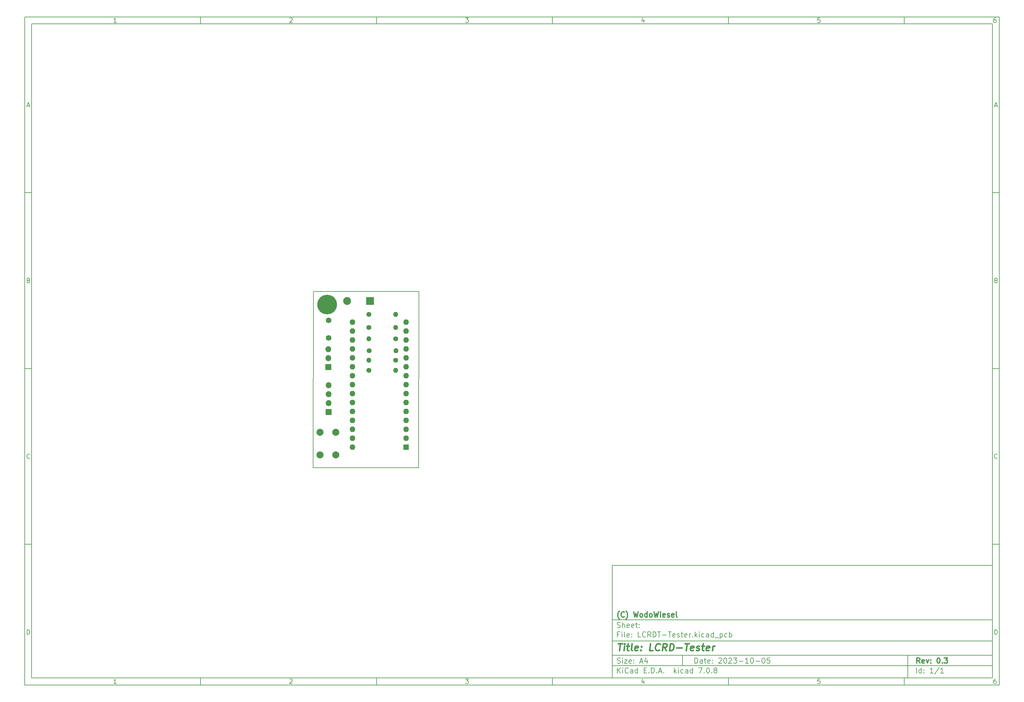
<source format=gbr>
%TF.GenerationSoftware,KiCad,Pcbnew,7.0.8*%
%TF.CreationDate,2023-10-14T20:08:13+02:00*%
%TF.ProjectId,LCRDT-Tester,4c435244-542d-4546-9573-7465722e6b69,0.3*%
%TF.SameCoordinates,Original*%
%TF.FileFunction,Soldermask,Top*%
%TF.FilePolarity,Negative*%
%FSLAX46Y46*%
G04 Gerber Fmt 4.6, Leading zero omitted, Abs format (unit mm)*
G04 Created by KiCad (PCBNEW 7.0.8) date 2023-10-14 20:08:13*
%MOMM*%
%LPD*%
G01*
G04 APERTURE LIST*
%ADD10C,0.100000*%
%ADD11C,0.150000*%
%ADD12C,0.300000*%
%ADD13C,0.400000*%
%ADD14R,1.700000X1.700000*%
%ADD15O,1.700000X1.700000*%
%ADD16C,1.400000*%
%ADD17O,1.400000X1.400000*%
%ADD18C,1.600000*%
%ADD19R,1.600000X1.600000*%
%ADD20O,1.600000X1.600000*%
%ADD21C,2.000000*%
%ADD22C,5.600000*%
%ADD23R,2.250000X2.250000*%
%ADD24C,2.250000*%
%TA.AperFunction,Profile*%
%ADD25C,0.150000*%
%TD*%
G04 APERTURE END LIST*
D10*
D11*
X177002200Y-166007200D02*
X285002200Y-166007200D01*
X285002200Y-198007200D01*
X177002200Y-198007200D01*
X177002200Y-166007200D01*
D10*
D11*
X10000000Y-10000000D02*
X287002200Y-10000000D01*
X287002200Y-200007200D01*
X10000000Y-200007200D01*
X10000000Y-10000000D01*
D10*
D11*
X12000000Y-12000000D02*
X285002200Y-12000000D01*
X285002200Y-198007200D01*
X12000000Y-198007200D01*
X12000000Y-12000000D01*
D10*
D11*
X60000000Y-12000000D02*
X60000000Y-10000000D01*
D10*
D11*
X110000000Y-12000000D02*
X110000000Y-10000000D01*
D10*
D11*
X160000000Y-12000000D02*
X160000000Y-10000000D01*
D10*
D11*
X210000000Y-12000000D02*
X210000000Y-10000000D01*
D10*
D11*
X260000000Y-12000000D02*
X260000000Y-10000000D01*
D10*
D11*
X36089160Y-11593604D02*
X35346303Y-11593604D01*
X35717731Y-11593604D02*
X35717731Y-10293604D01*
X35717731Y-10293604D02*
X35593922Y-10479319D01*
X35593922Y-10479319D02*
X35470112Y-10603128D01*
X35470112Y-10603128D02*
X35346303Y-10665033D01*
D10*
D11*
X85346303Y-10417414D02*
X85408207Y-10355509D01*
X85408207Y-10355509D02*
X85532017Y-10293604D01*
X85532017Y-10293604D02*
X85841541Y-10293604D01*
X85841541Y-10293604D02*
X85965350Y-10355509D01*
X85965350Y-10355509D02*
X86027255Y-10417414D01*
X86027255Y-10417414D02*
X86089160Y-10541223D01*
X86089160Y-10541223D02*
X86089160Y-10665033D01*
X86089160Y-10665033D02*
X86027255Y-10850747D01*
X86027255Y-10850747D02*
X85284398Y-11593604D01*
X85284398Y-11593604D02*
X86089160Y-11593604D01*
D10*
D11*
X135284398Y-10293604D02*
X136089160Y-10293604D01*
X136089160Y-10293604D02*
X135655826Y-10788842D01*
X135655826Y-10788842D02*
X135841541Y-10788842D01*
X135841541Y-10788842D02*
X135965350Y-10850747D01*
X135965350Y-10850747D02*
X136027255Y-10912652D01*
X136027255Y-10912652D02*
X136089160Y-11036461D01*
X136089160Y-11036461D02*
X136089160Y-11345985D01*
X136089160Y-11345985D02*
X136027255Y-11469795D01*
X136027255Y-11469795D02*
X135965350Y-11531700D01*
X135965350Y-11531700D02*
X135841541Y-11593604D01*
X135841541Y-11593604D02*
X135470112Y-11593604D01*
X135470112Y-11593604D02*
X135346303Y-11531700D01*
X135346303Y-11531700D02*
X135284398Y-11469795D01*
D10*
D11*
X185965350Y-10726938D02*
X185965350Y-11593604D01*
X185655826Y-10231700D02*
X185346303Y-11160271D01*
X185346303Y-11160271D02*
X186151064Y-11160271D01*
D10*
D11*
X236027255Y-10293604D02*
X235408207Y-10293604D01*
X235408207Y-10293604D02*
X235346303Y-10912652D01*
X235346303Y-10912652D02*
X235408207Y-10850747D01*
X235408207Y-10850747D02*
X235532017Y-10788842D01*
X235532017Y-10788842D02*
X235841541Y-10788842D01*
X235841541Y-10788842D02*
X235965350Y-10850747D01*
X235965350Y-10850747D02*
X236027255Y-10912652D01*
X236027255Y-10912652D02*
X236089160Y-11036461D01*
X236089160Y-11036461D02*
X236089160Y-11345985D01*
X236089160Y-11345985D02*
X236027255Y-11469795D01*
X236027255Y-11469795D02*
X235965350Y-11531700D01*
X235965350Y-11531700D02*
X235841541Y-11593604D01*
X235841541Y-11593604D02*
X235532017Y-11593604D01*
X235532017Y-11593604D02*
X235408207Y-11531700D01*
X235408207Y-11531700D02*
X235346303Y-11469795D01*
D10*
D11*
X285965350Y-10293604D02*
X285717731Y-10293604D01*
X285717731Y-10293604D02*
X285593922Y-10355509D01*
X285593922Y-10355509D02*
X285532017Y-10417414D01*
X285532017Y-10417414D02*
X285408207Y-10603128D01*
X285408207Y-10603128D02*
X285346303Y-10850747D01*
X285346303Y-10850747D02*
X285346303Y-11345985D01*
X285346303Y-11345985D02*
X285408207Y-11469795D01*
X285408207Y-11469795D02*
X285470112Y-11531700D01*
X285470112Y-11531700D02*
X285593922Y-11593604D01*
X285593922Y-11593604D02*
X285841541Y-11593604D01*
X285841541Y-11593604D02*
X285965350Y-11531700D01*
X285965350Y-11531700D02*
X286027255Y-11469795D01*
X286027255Y-11469795D02*
X286089160Y-11345985D01*
X286089160Y-11345985D02*
X286089160Y-11036461D01*
X286089160Y-11036461D02*
X286027255Y-10912652D01*
X286027255Y-10912652D02*
X285965350Y-10850747D01*
X285965350Y-10850747D02*
X285841541Y-10788842D01*
X285841541Y-10788842D02*
X285593922Y-10788842D01*
X285593922Y-10788842D02*
X285470112Y-10850747D01*
X285470112Y-10850747D02*
X285408207Y-10912652D01*
X285408207Y-10912652D02*
X285346303Y-11036461D01*
D10*
D11*
X60000000Y-198007200D02*
X60000000Y-200007200D01*
D10*
D11*
X110000000Y-198007200D02*
X110000000Y-200007200D01*
D10*
D11*
X160000000Y-198007200D02*
X160000000Y-200007200D01*
D10*
D11*
X210000000Y-198007200D02*
X210000000Y-200007200D01*
D10*
D11*
X260000000Y-198007200D02*
X260000000Y-200007200D01*
D10*
D11*
X36089160Y-199600804D02*
X35346303Y-199600804D01*
X35717731Y-199600804D02*
X35717731Y-198300804D01*
X35717731Y-198300804D02*
X35593922Y-198486519D01*
X35593922Y-198486519D02*
X35470112Y-198610328D01*
X35470112Y-198610328D02*
X35346303Y-198672233D01*
D10*
D11*
X85346303Y-198424614D02*
X85408207Y-198362709D01*
X85408207Y-198362709D02*
X85532017Y-198300804D01*
X85532017Y-198300804D02*
X85841541Y-198300804D01*
X85841541Y-198300804D02*
X85965350Y-198362709D01*
X85965350Y-198362709D02*
X86027255Y-198424614D01*
X86027255Y-198424614D02*
X86089160Y-198548423D01*
X86089160Y-198548423D02*
X86089160Y-198672233D01*
X86089160Y-198672233D02*
X86027255Y-198857947D01*
X86027255Y-198857947D02*
X85284398Y-199600804D01*
X85284398Y-199600804D02*
X86089160Y-199600804D01*
D10*
D11*
X135284398Y-198300804D02*
X136089160Y-198300804D01*
X136089160Y-198300804D02*
X135655826Y-198796042D01*
X135655826Y-198796042D02*
X135841541Y-198796042D01*
X135841541Y-198796042D02*
X135965350Y-198857947D01*
X135965350Y-198857947D02*
X136027255Y-198919852D01*
X136027255Y-198919852D02*
X136089160Y-199043661D01*
X136089160Y-199043661D02*
X136089160Y-199353185D01*
X136089160Y-199353185D02*
X136027255Y-199476995D01*
X136027255Y-199476995D02*
X135965350Y-199538900D01*
X135965350Y-199538900D02*
X135841541Y-199600804D01*
X135841541Y-199600804D02*
X135470112Y-199600804D01*
X135470112Y-199600804D02*
X135346303Y-199538900D01*
X135346303Y-199538900D02*
X135284398Y-199476995D01*
D10*
D11*
X185965350Y-198734138D02*
X185965350Y-199600804D01*
X185655826Y-198238900D02*
X185346303Y-199167471D01*
X185346303Y-199167471D02*
X186151064Y-199167471D01*
D10*
D11*
X236027255Y-198300804D02*
X235408207Y-198300804D01*
X235408207Y-198300804D02*
X235346303Y-198919852D01*
X235346303Y-198919852D02*
X235408207Y-198857947D01*
X235408207Y-198857947D02*
X235532017Y-198796042D01*
X235532017Y-198796042D02*
X235841541Y-198796042D01*
X235841541Y-198796042D02*
X235965350Y-198857947D01*
X235965350Y-198857947D02*
X236027255Y-198919852D01*
X236027255Y-198919852D02*
X236089160Y-199043661D01*
X236089160Y-199043661D02*
X236089160Y-199353185D01*
X236089160Y-199353185D02*
X236027255Y-199476995D01*
X236027255Y-199476995D02*
X235965350Y-199538900D01*
X235965350Y-199538900D02*
X235841541Y-199600804D01*
X235841541Y-199600804D02*
X235532017Y-199600804D01*
X235532017Y-199600804D02*
X235408207Y-199538900D01*
X235408207Y-199538900D02*
X235346303Y-199476995D01*
D10*
D11*
X285965350Y-198300804D02*
X285717731Y-198300804D01*
X285717731Y-198300804D02*
X285593922Y-198362709D01*
X285593922Y-198362709D02*
X285532017Y-198424614D01*
X285532017Y-198424614D02*
X285408207Y-198610328D01*
X285408207Y-198610328D02*
X285346303Y-198857947D01*
X285346303Y-198857947D02*
X285346303Y-199353185D01*
X285346303Y-199353185D02*
X285408207Y-199476995D01*
X285408207Y-199476995D02*
X285470112Y-199538900D01*
X285470112Y-199538900D02*
X285593922Y-199600804D01*
X285593922Y-199600804D02*
X285841541Y-199600804D01*
X285841541Y-199600804D02*
X285965350Y-199538900D01*
X285965350Y-199538900D02*
X286027255Y-199476995D01*
X286027255Y-199476995D02*
X286089160Y-199353185D01*
X286089160Y-199353185D02*
X286089160Y-199043661D01*
X286089160Y-199043661D02*
X286027255Y-198919852D01*
X286027255Y-198919852D02*
X285965350Y-198857947D01*
X285965350Y-198857947D02*
X285841541Y-198796042D01*
X285841541Y-198796042D02*
X285593922Y-198796042D01*
X285593922Y-198796042D02*
X285470112Y-198857947D01*
X285470112Y-198857947D02*
X285408207Y-198919852D01*
X285408207Y-198919852D02*
X285346303Y-199043661D01*
D10*
D11*
X10000000Y-60000000D02*
X12000000Y-60000000D01*
D10*
D11*
X10000000Y-110000000D02*
X12000000Y-110000000D01*
D10*
D11*
X10000000Y-160000000D02*
X12000000Y-160000000D01*
D10*
D11*
X10690476Y-35222176D02*
X11309523Y-35222176D01*
X10566666Y-35593604D02*
X10999999Y-34293604D01*
X10999999Y-34293604D02*
X11433333Y-35593604D01*
D10*
D11*
X11092857Y-84912652D02*
X11278571Y-84974557D01*
X11278571Y-84974557D02*
X11340476Y-85036461D01*
X11340476Y-85036461D02*
X11402380Y-85160271D01*
X11402380Y-85160271D02*
X11402380Y-85345985D01*
X11402380Y-85345985D02*
X11340476Y-85469795D01*
X11340476Y-85469795D02*
X11278571Y-85531700D01*
X11278571Y-85531700D02*
X11154761Y-85593604D01*
X11154761Y-85593604D02*
X10659523Y-85593604D01*
X10659523Y-85593604D02*
X10659523Y-84293604D01*
X10659523Y-84293604D02*
X11092857Y-84293604D01*
X11092857Y-84293604D02*
X11216666Y-84355509D01*
X11216666Y-84355509D02*
X11278571Y-84417414D01*
X11278571Y-84417414D02*
X11340476Y-84541223D01*
X11340476Y-84541223D02*
X11340476Y-84665033D01*
X11340476Y-84665033D02*
X11278571Y-84788842D01*
X11278571Y-84788842D02*
X11216666Y-84850747D01*
X11216666Y-84850747D02*
X11092857Y-84912652D01*
X11092857Y-84912652D02*
X10659523Y-84912652D01*
D10*
D11*
X11402380Y-135469795D02*
X11340476Y-135531700D01*
X11340476Y-135531700D02*
X11154761Y-135593604D01*
X11154761Y-135593604D02*
X11030952Y-135593604D01*
X11030952Y-135593604D02*
X10845238Y-135531700D01*
X10845238Y-135531700D02*
X10721428Y-135407890D01*
X10721428Y-135407890D02*
X10659523Y-135284080D01*
X10659523Y-135284080D02*
X10597619Y-135036461D01*
X10597619Y-135036461D02*
X10597619Y-134850747D01*
X10597619Y-134850747D02*
X10659523Y-134603128D01*
X10659523Y-134603128D02*
X10721428Y-134479319D01*
X10721428Y-134479319D02*
X10845238Y-134355509D01*
X10845238Y-134355509D02*
X11030952Y-134293604D01*
X11030952Y-134293604D02*
X11154761Y-134293604D01*
X11154761Y-134293604D02*
X11340476Y-134355509D01*
X11340476Y-134355509D02*
X11402380Y-134417414D01*
D10*
D11*
X10659523Y-185593604D02*
X10659523Y-184293604D01*
X10659523Y-184293604D02*
X10969047Y-184293604D01*
X10969047Y-184293604D02*
X11154761Y-184355509D01*
X11154761Y-184355509D02*
X11278571Y-184479319D01*
X11278571Y-184479319D02*
X11340476Y-184603128D01*
X11340476Y-184603128D02*
X11402380Y-184850747D01*
X11402380Y-184850747D02*
X11402380Y-185036461D01*
X11402380Y-185036461D02*
X11340476Y-185284080D01*
X11340476Y-185284080D02*
X11278571Y-185407890D01*
X11278571Y-185407890D02*
X11154761Y-185531700D01*
X11154761Y-185531700D02*
X10969047Y-185593604D01*
X10969047Y-185593604D02*
X10659523Y-185593604D01*
D10*
D11*
X287002200Y-60000000D02*
X285002200Y-60000000D01*
D10*
D11*
X287002200Y-110000000D02*
X285002200Y-110000000D01*
D10*
D11*
X287002200Y-160000000D02*
X285002200Y-160000000D01*
D10*
D11*
X285692676Y-35222176D02*
X286311723Y-35222176D01*
X285568866Y-35593604D02*
X286002199Y-34293604D01*
X286002199Y-34293604D02*
X286435533Y-35593604D01*
D10*
D11*
X286095057Y-84912652D02*
X286280771Y-84974557D01*
X286280771Y-84974557D02*
X286342676Y-85036461D01*
X286342676Y-85036461D02*
X286404580Y-85160271D01*
X286404580Y-85160271D02*
X286404580Y-85345985D01*
X286404580Y-85345985D02*
X286342676Y-85469795D01*
X286342676Y-85469795D02*
X286280771Y-85531700D01*
X286280771Y-85531700D02*
X286156961Y-85593604D01*
X286156961Y-85593604D02*
X285661723Y-85593604D01*
X285661723Y-85593604D02*
X285661723Y-84293604D01*
X285661723Y-84293604D02*
X286095057Y-84293604D01*
X286095057Y-84293604D02*
X286218866Y-84355509D01*
X286218866Y-84355509D02*
X286280771Y-84417414D01*
X286280771Y-84417414D02*
X286342676Y-84541223D01*
X286342676Y-84541223D02*
X286342676Y-84665033D01*
X286342676Y-84665033D02*
X286280771Y-84788842D01*
X286280771Y-84788842D02*
X286218866Y-84850747D01*
X286218866Y-84850747D02*
X286095057Y-84912652D01*
X286095057Y-84912652D02*
X285661723Y-84912652D01*
D10*
D11*
X286404580Y-135469795D02*
X286342676Y-135531700D01*
X286342676Y-135531700D02*
X286156961Y-135593604D01*
X286156961Y-135593604D02*
X286033152Y-135593604D01*
X286033152Y-135593604D02*
X285847438Y-135531700D01*
X285847438Y-135531700D02*
X285723628Y-135407890D01*
X285723628Y-135407890D02*
X285661723Y-135284080D01*
X285661723Y-135284080D02*
X285599819Y-135036461D01*
X285599819Y-135036461D02*
X285599819Y-134850747D01*
X285599819Y-134850747D02*
X285661723Y-134603128D01*
X285661723Y-134603128D02*
X285723628Y-134479319D01*
X285723628Y-134479319D02*
X285847438Y-134355509D01*
X285847438Y-134355509D02*
X286033152Y-134293604D01*
X286033152Y-134293604D02*
X286156961Y-134293604D01*
X286156961Y-134293604D02*
X286342676Y-134355509D01*
X286342676Y-134355509D02*
X286404580Y-134417414D01*
D10*
D11*
X285661723Y-185593604D02*
X285661723Y-184293604D01*
X285661723Y-184293604D02*
X285971247Y-184293604D01*
X285971247Y-184293604D02*
X286156961Y-184355509D01*
X286156961Y-184355509D02*
X286280771Y-184479319D01*
X286280771Y-184479319D02*
X286342676Y-184603128D01*
X286342676Y-184603128D02*
X286404580Y-184850747D01*
X286404580Y-184850747D02*
X286404580Y-185036461D01*
X286404580Y-185036461D02*
X286342676Y-185284080D01*
X286342676Y-185284080D02*
X286280771Y-185407890D01*
X286280771Y-185407890D02*
X286156961Y-185531700D01*
X286156961Y-185531700D02*
X285971247Y-185593604D01*
X285971247Y-185593604D02*
X285661723Y-185593604D01*
D10*
D11*
X200458026Y-193793328D02*
X200458026Y-192293328D01*
X200458026Y-192293328D02*
X200815169Y-192293328D01*
X200815169Y-192293328D02*
X201029455Y-192364757D01*
X201029455Y-192364757D02*
X201172312Y-192507614D01*
X201172312Y-192507614D02*
X201243741Y-192650471D01*
X201243741Y-192650471D02*
X201315169Y-192936185D01*
X201315169Y-192936185D02*
X201315169Y-193150471D01*
X201315169Y-193150471D02*
X201243741Y-193436185D01*
X201243741Y-193436185D02*
X201172312Y-193579042D01*
X201172312Y-193579042D02*
X201029455Y-193721900D01*
X201029455Y-193721900D02*
X200815169Y-193793328D01*
X200815169Y-193793328D02*
X200458026Y-193793328D01*
X202600884Y-193793328D02*
X202600884Y-193007614D01*
X202600884Y-193007614D02*
X202529455Y-192864757D01*
X202529455Y-192864757D02*
X202386598Y-192793328D01*
X202386598Y-192793328D02*
X202100884Y-192793328D01*
X202100884Y-192793328D02*
X201958026Y-192864757D01*
X202600884Y-193721900D02*
X202458026Y-193793328D01*
X202458026Y-193793328D02*
X202100884Y-193793328D01*
X202100884Y-193793328D02*
X201958026Y-193721900D01*
X201958026Y-193721900D02*
X201886598Y-193579042D01*
X201886598Y-193579042D02*
X201886598Y-193436185D01*
X201886598Y-193436185D02*
X201958026Y-193293328D01*
X201958026Y-193293328D02*
X202100884Y-193221900D01*
X202100884Y-193221900D02*
X202458026Y-193221900D01*
X202458026Y-193221900D02*
X202600884Y-193150471D01*
X203100884Y-192793328D02*
X203672312Y-192793328D01*
X203315169Y-192293328D02*
X203315169Y-193579042D01*
X203315169Y-193579042D02*
X203386598Y-193721900D01*
X203386598Y-193721900D02*
X203529455Y-193793328D01*
X203529455Y-193793328D02*
X203672312Y-193793328D01*
X204743741Y-193721900D02*
X204600884Y-193793328D01*
X204600884Y-193793328D02*
X204315170Y-193793328D01*
X204315170Y-193793328D02*
X204172312Y-193721900D01*
X204172312Y-193721900D02*
X204100884Y-193579042D01*
X204100884Y-193579042D02*
X204100884Y-193007614D01*
X204100884Y-193007614D02*
X204172312Y-192864757D01*
X204172312Y-192864757D02*
X204315170Y-192793328D01*
X204315170Y-192793328D02*
X204600884Y-192793328D01*
X204600884Y-192793328D02*
X204743741Y-192864757D01*
X204743741Y-192864757D02*
X204815170Y-193007614D01*
X204815170Y-193007614D02*
X204815170Y-193150471D01*
X204815170Y-193150471D02*
X204100884Y-193293328D01*
X205458026Y-193650471D02*
X205529455Y-193721900D01*
X205529455Y-193721900D02*
X205458026Y-193793328D01*
X205458026Y-193793328D02*
X205386598Y-193721900D01*
X205386598Y-193721900D02*
X205458026Y-193650471D01*
X205458026Y-193650471D02*
X205458026Y-193793328D01*
X205458026Y-192864757D02*
X205529455Y-192936185D01*
X205529455Y-192936185D02*
X205458026Y-193007614D01*
X205458026Y-193007614D02*
X205386598Y-192936185D01*
X205386598Y-192936185D02*
X205458026Y-192864757D01*
X205458026Y-192864757D02*
X205458026Y-193007614D01*
X207243741Y-192436185D02*
X207315169Y-192364757D01*
X207315169Y-192364757D02*
X207458027Y-192293328D01*
X207458027Y-192293328D02*
X207815169Y-192293328D01*
X207815169Y-192293328D02*
X207958027Y-192364757D01*
X207958027Y-192364757D02*
X208029455Y-192436185D01*
X208029455Y-192436185D02*
X208100884Y-192579042D01*
X208100884Y-192579042D02*
X208100884Y-192721900D01*
X208100884Y-192721900D02*
X208029455Y-192936185D01*
X208029455Y-192936185D02*
X207172312Y-193793328D01*
X207172312Y-193793328D02*
X208100884Y-193793328D01*
X209029455Y-192293328D02*
X209172312Y-192293328D01*
X209172312Y-192293328D02*
X209315169Y-192364757D01*
X209315169Y-192364757D02*
X209386598Y-192436185D01*
X209386598Y-192436185D02*
X209458026Y-192579042D01*
X209458026Y-192579042D02*
X209529455Y-192864757D01*
X209529455Y-192864757D02*
X209529455Y-193221900D01*
X209529455Y-193221900D02*
X209458026Y-193507614D01*
X209458026Y-193507614D02*
X209386598Y-193650471D01*
X209386598Y-193650471D02*
X209315169Y-193721900D01*
X209315169Y-193721900D02*
X209172312Y-193793328D01*
X209172312Y-193793328D02*
X209029455Y-193793328D01*
X209029455Y-193793328D02*
X208886598Y-193721900D01*
X208886598Y-193721900D02*
X208815169Y-193650471D01*
X208815169Y-193650471D02*
X208743740Y-193507614D01*
X208743740Y-193507614D02*
X208672312Y-193221900D01*
X208672312Y-193221900D02*
X208672312Y-192864757D01*
X208672312Y-192864757D02*
X208743740Y-192579042D01*
X208743740Y-192579042D02*
X208815169Y-192436185D01*
X208815169Y-192436185D02*
X208886598Y-192364757D01*
X208886598Y-192364757D02*
X209029455Y-192293328D01*
X210100883Y-192436185D02*
X210172311Y-192364757D01*
X210172311Y-192364757D02*
X210315169Y-192293328D01*
X210315169Y-192293328D02*
X210672311Y-192293328D01*
X210672311Y-192293328D02*
X210815169Y-192364757D01*
X210815169Y-192364757D02*
X210886597Y-192436185D01*
X210886597Y-192436185D02*
X210958026Y-192579042D01*
X210958026Y-192579042D02*
X210958026Y-192721900D01*
X210958026Y-192721900D02*
X210886597Y-192936185D01*
X210886597Y-192936185D02*
X210029454Y-193793328D01*
X210029454Y-193793328D02*
X210958026Y-193793328D01*
X211458025Y-192293328D02*
X212386597Y-192293328D01*
X212386597Y-192293328D02*
X211886597Y-192864757D01*
X211886597Y-192864757D02*
X212100882Y-192864757D01*
X212100882Y-192864757D02*
X212243740Y-192936185D01*
X212243740Y-192936185D02*
X212315168Y-193007614D01*
X212315168Y-193007614D02*
X212386597Y-193150471D01*
X212386597Y-193150471D02*
X212386597Y-193507614D01*
X212386597Y-193507614D02*
X212315168Y-193650471D01*
X212315168Y-193650471D02*
X212243740Y-193721900D01*
X212243740Y-193721900D02*
X212100882Y-193793328D01*
X212100882Y-193793328D02*
X211672311Y-193793328D01*
X211672311Y-193793328D02*
X211529454Y-193721900D01*
X211529454Y-193721900D02*
X211458025Y-193650471D01*
X213029453Y-193221900D02*
X214172311Y-193221900D01*
X215672311Y-193793328D02*
X214815168Y-193793328D01*
X215243739Y-193793328D02*
X215243739Y-192293328D01*
X215243739Y-192293328D02*
X215100882Y-192507614D01*
X215100882Y-192507614D02*
X214958025Y-192650471D01*
X214958025Y-192650471D02*
X214815168Y-192721900D01*
X216600882Y-192293328D02*
X216743739Y-192293328D01*
X216743739Y-192293328D02*
X216886596Y-192364757D01*
X216886596Y-192364757D02*
X216958025Y-192436185D01*
X216958025Y-192436185D02*
X217029453Y-192579042D01*
X217029453Y-192579042D02*
X217100882Y-192864757D01*
X217100882Y-192864757D02*
X217100882Y-193221900D01*
X217100882Y-193221900D02*
X217029453Y-193507614D01*
X217029453Y-193507614D02*
X216958025Y-193650471D01*
X216958025Y-193650471D02*
X216886596Y-193721900D01*
X216886596Y-193721900D02*
X216743739Y-193793328D01*
X216743739Y-193793328D02*
X216600882Y-193793328D01*
X216600882Y-193793328D02*
X216458025Y-193721900D01*
X216458025Y-193721900D02*
X216386596Y-193650471D01*
X216386596Y-193650471D02*
X216315167Y-193507614D01*
X216315167Y-193507614D02*
X216243739Y-193221900D01*
X216243739Y-193221900D02*
X216243739Y-192864757D01*
X216243739Y-192864757D02*
X216315167Y-192579042D01*
X216315167Y-192579042D02*
X216386596Y-192436185D01*
X216386596Y-192436185D02*
X216458025Y-192364757D01*
X216458025Y-192364757D02*
X216600882Y-192293328D01*
X217743738Y-193221900D02*
X218886596Y-193221900D01*
X219886596Y-192293328D02*
X220029453Y-192293328D01*
X220029453Y-192293328D02*
X220172310Y-192364757D01*
X220172310Y-192364757D02*
X220243739Y-192436185D01*
X220243739Y-192436185D02*
X220315167Y-192579042D01*
X220315167Y-192579042D02*
X220386596Y-192864757D01*
X220386596Y-192864757D02*
X220386596Y-193221900D01*
X220386596Y-193221900D02*
X220315167Y-193507614D01*
X220315167Y-193507614D02*
X220243739Y-193650471D01*
X220243739Y-193650471D02*
X220172310Y-193721900D01*
X220172310Y-193721900D02*
X220029453Y-193793328D01*
X220029453Y-193793328D02*
X219886596Y-193793328D01*
X219886596Y-193793328D02*
X219743739Y-193721900D01*
X219743739Y-193721900D02*
X219672310Y-193650471D01*
X219672310Y-193650471D02*
X219600881Y-193507614D01*
X219600881Y-193507614D02*
X219529453Y-193221900D01*
X219529453Y-193221900D02*
X219529453Y-192864757D01*
X219529453Y-192864757D02*
X219600881Y-192579042D01*
X219600881Y-192579042D02*
X219672310Y-192436185D01*
X219672310Y-192436185D02*
X219743739Y-192364757D01*
X219743739Y-192364757D02*
X219886596Y-192293328D01*
X221743738Y-192293328D02*
X221029452Y-192293328D01*
X221029452Y-192293328D02*
X220958024Y-193007614D01*
X220958024Y-193007614D02*
X221029452Y-192936185D01*
X221029452Y-192936185D02*
X221172310Y-192864757D01*
X221172310Y-192864757D02*
X221529452Y-192864757D01*
X221529452Y-192864757D02*
X221672310Y-192936185D01*
X221672310Y-192936185D02*
X221743738Y-193007614D01*
X221743738Y-193007614D02*
X221815167Y-193150471D01*
X221815167Y-193150471D02*
X221815167Y-193507614D01*
X221815167Y-193507614D02*
X221743738Y-193650471D01*
X221743738Y-193650471D02*
X221672310Y-193721900D01*
X221672310Y-193721900D02*
X221529452Y-193793328D01*
X221529452Y-193793328D02*
X221172310Y-193793328D01*
X221172310Y-193793328D02*
X221029452Y-193721900D01*
X221029452Y-193721900D02*
X220958024Y-193650471D01*
D10*
D11*
X177002200Y-194507200D02*
X285002200Y-194507200D01*
D10*
D11*
X178458026Y-196593328D02*
X178458026Y-195093328D01*
X179315169Y-196593328D02*
X178672312Y-195736185D01*
X179315169Y-195093328D02*
X178458026Y-195950471D01*
X179958026Y-196593328D02*
X179958026Y-195593328D01*
X179958026Y-195093328D02*
X179886598Y-195164757D01*
X179886598Y-195164757D02*
X179958026Y-195236185D01*
X179958026Y-195236185D02*
X180029455Y-195164757D01*
X180029455Y-195164757D02*
X179958026Y-195093328D01*
X179958026Y-195093328D02*
X179958026Y-195236185D01*
X181529455Y-196450471D02*
X181458027Y-196521900D01*
X181458027Y-196521900D02*
X181243741Y-196593328D01*
X181243741Y-196593328D02*
X181100884Y-196593328D01*
X181100884Y-196593328D02*
X180886598Y-196521900D01*
X180886598Y-196521900D02*
X180743741Y-196379042D01*
X180743741Y-196379042D02*
X180672312Y-196236185D01*
X180672312Y-196236185D02*
X180600884Y-195950471D01*
X180600884Y-195950471D02*
X180600884Y-195736185D01*
X180600884Y-195736185D02*
X180672312Y-195450471D01*
X180672312Y-195450471D02*
X180743741Y-195307614D01*
X180743741Y-195307614D02*
X180886598Y-195164757D01*
X180886598Y-195164757D02*
X181100884Y-195093328D01*
X181100884Y-195093328D02*
X181243741Y-195093328D01*
X181243741Y-195093328D02*
X181458027Y-195164757D01*
X181458027Y-195164757D02*
X181529455Y-195236185D01*
X182815170Y-196593328D02*
X182815170Y-195807614D01*
X182815170Y-195807614D02*
X182743741Y-195664757D01*
X182743741Y-195664757D02*
X182600884Y-195593328D01*
X182600884Y-195593328D02*
X182315170Y-195593328D01*
X182315170Y-195593328D02*
X182172312Y-195664757D01*
X182815170Y-196521900D02*
X182672312Y-196593328D01*
X182672312Y-196593328D02*
X182315170Y-196593328D01*
X182315170Y-196593328D02*
X182172312Y-196521900D01*
X182172312Y-196521900D02*
X182100884Y-196379042D01*
X182100884Y-196379042D02*
X182100884Y-196236185D01*
X182100884Y-196236185D02*
X182172312Y-196093328D01*
X182172312Y-196093328D02*
X182315170Y-196021900D01*
X182315170Y-196021900D02*
X182672312Y-196021900D01*
X182672312Y-196021900D02*
X182815170Y-195950471D01*
X184172313Y-196593328D02*
X184172313Y-195093328D01*
X184172313Y-196521900D02*
X184029455Y-196593328D01*
X184029455Y-196593328D02*
X183743741Y-196593328D01*
X183743741Y-196593328D02*
X183600884Y-196521900D01*
X183600884Y-196521900D02*
X183529455Y-196450471D01*
X183529455Y-196450471D02*
X183458027Y-196307614D01*
X183458027Y-196307614D02*
X183458027Y-195879042D01*
X183458027Y-195879042D02*
X183529455Y-195736185D01*
X183529455Y-195736185D02*
X183600884Y-195664757D01*
X183600884Y-195664757D02*
X183743741Y-195593328D01*
X183743741Y-195593328D02*
X184029455Y-195593328D01*
X184029455Y-195593328D02*
X184172313Y-195664757D01*
X186029455Y-195807614D02*
X186529455Y-195807614D01*
X186743741Y-196593328D02*
X186029455Y-196593328D01*
X186029455Y-196593328D02*
X186029455Y-195093328D01*
X186029455Y-195093328D02*
X186743741Y-195093328D01*
X187386598Y-196450471D02*
X187458027Y-196521900D01*
X187458027Y-196521900D02*
X187386598Y-196593328D01*
X187386598Y-196593328D02*
X187315170Y-196521900D01*
X187315170Y-196521900D02*
X187386598Y-196450471D01*
X187386598Y-196450471D02*
X187386598Y-196593328D01*
X188100884Y-196593328D02*
X188100884Y-195093328D01*
X188100884Y-195093328D02*
X188458027Y-195093328D01*
X188458027Y-195093328D02*
X188672313Y-195164757D01*
X188672313Y-195164757D02*
X188815170Y-195307614D01*
X188815170Y-195307614D02*
X188886599Y-195450471D01*
X188886599Y-195450471D02*
X188958027Y-195736185D01*
X188958027Y-195736185D02*
X188958027Y-195950471D01*
X188958027Y-195950471D02*
X188886599Y-196236185D01*
X188886599Y-196236185D02*
X188815170Y-196379042D01*
X188815170Y-196379042D02*
X188672313Y-196521900D01*
X188672313Y-196521900D02*
X188458027Y-196593328D01*
X188458027Y-196593328D02*
X188100884Y-196593328D01*
X189600884Y-196450471D02*
X189672313Y-196521900D01*
X189672313Y-196521900D02*
X189600884Y-196593328D01*
X189600884Y-196593328D02*
X189529456Y-196521900D01*
X189529456Y-196521900D02*
X189600884Y-196450471D01*
X189600884Y-196450471D02*
X189600884Y-196593328D01*
X190243742Y-196164757D02*
X190958028Y-196164757D01*
X190100885Y-196593328D02*
X190600885Y-195093328D01*
X190600885Y-195093328D02*
X191100885Y-196593328D01*
X191600884Y-196450471D02*
X191672313Y-196521900D01*
X191672313Y-196521900D02*
X191600884Y-196593328D01*
X191600884Y-196593328D02*
X191529456Y-196521900D01*
X191529456Y-196521900D02*
X191600884Y-196450471D01*
X191600884Y-196450471D02*
X191600884Y-196593328D01*
X194600884Y-196593328D02*
X194600884Y-195093328D01*
X194743742Y-196021900D02*
X195172313Y-196593328D01*
X195172313Y-195593328D02*
X194600884Y-196164757D01*
X195815170Y-196593328D02*
X195815170Y-195593328D01*
X195815170Y-195093328D02*
X195743742Y-195164757D01*
X195743742Y-195164757D02*
X195815170Y-195236185D01*
X195815170Y-195236185D02*
X195886599Y-195164757D01*
X195886599Y-195164757D02*
X195815170Y-195093328D01*
X195815170Y-195093328D02*
X195815170Y-195236185D01*
X197172314Y-196521900D02*
X197029456Y-196593328D01*
X197029456Y-196593328D02*
X196743742Y-196593328D01*
X196743742Y-196593328D02*
X196600885Y-196521900D01*
X196600885Y-196521900D02*
X196529456Y-196450471D01*
X196529456Y-196450471D02*
X196458028Y-196307614D01*
X196458028Y-196307614D02*
X196458028Y-195879042D01*
X196458028Y-195879042D02*
X196529456Y-195736185D01*
X196529456Y-195736185D02*
X196600885Y-195664757D01*
X196600885Y-195664757D02*
X196743742Y-195593328D01*
X196743742Y-195593328D02*
X197029456Y-195593328D01*
X197029456Y-195593328D02*
X197172314Y-195664757D01*
X198458028Y-196593328D02*
X198458028Y-195807614D01*
X198458028Y-195807614D02*
X198386599Y-195664757D01*
X198386599Y-195664757D02*
X198243742Y-195593328D01*
X198243742Y-195593328D02*
X197958028Y-195593328D01*
X197958028Y-195593328D02*
X197815170Y-195664757D01*
X198458028Y-196521900D02*
X198315170Y-196593328D01*
X198315170Y-196593328D02*
X197958028Y-196593328D01*
X197958028Y-196593328D02*
X197815170Y-196521900D01*
X197815170Y-196521900D02*
X197743742Y-196379042D01*
X197743742Y-196379042D02*
X197743742Y-196236185D01*
X197743742Y-196236185D02*
X197815170Y-196093328D01*
X197815170Y-196093328D02*
X197958028Y-196021900D01*
X197958028Y-196021900D02*
X198315170Y-196021900D01*
X198315170Y-196021900D02*
X198458028Y-195950471D01*
X199815171Y-196593328D02*
X199815171Y-195093328D01*
X199815171Y-196521900D02*
X199672313Y-196593328D01*
X199672313Y-196593328D02*
X199386599Y-196593328D01*
X199386599Y-196593328D02*
X199243742Y-196521900D01*
X199243742Y-196521900D02*
X199172313Y-196450471D01*
X199172313Y-196450471D02*
X199100885Y-196307614D01*
X199100885Y-196307614D02*
X199100885Y-195879042D01*
X199100885Y-195879042D02*
X199172313Y-195736185D01*
X199172313Y-195736185D02*
X199243742Y-195664757D01*
X199243742Y-195664757D02*
X199386599Y-195593328D01*
X199386599Y-195593328D02*
X199672313Y-195593328D01*
X199672313Y-195593328D02*
X199815171Y-195664757D01*
X201529456Y-195093328D02*
X202529456Y-195093328D01*
X202529456Y-195093328D02*
X201886599Y-196593328D01*
X203100884Y-196450471D02*
X203172313Y-196521900D01*
X203172313Y-196521900D02*
X203100884Y-196593328D01*
X203100884Y-196593328D02*
X203029456Y-196521900D01*
X203029456Y-196521900D02*
X203100884Y-196450471D01*
X203100884Y-196450471D02*
X203100884Y-196593328D01*
X204100885Y-195093328D02*
X204243742Y-195093328D01*
X204243742Y-195093328D02*
X204386599Y-195164757D01*
X204386599Y-195164757D02*
X204458028Y-195236185D01*
X204458028Y-195236185D02*
X204529456Y-195379042D01*
X204529456Y-195379042D02*
X204600885Y-195664757D01*
X204600885Y-195664757D02*
X204600885Y-196021900D01*
X204600885Y-196021900D02*
X204529456Y-196307614D01*
X204529456Y-196307614D02*
X204458028Y-196450471D01*
X204458028Y-196450471D02*
X204386599Y-196521900D01*
X204386599Y-196521900D02*
X204243742Y-196593328D01*
X204243742Y-196593328D02*
X204100885Y-196593328D01*
X204100885Y-196593328D02*
X203958028Y-196521900D01*
X203958028Y-196521900D02*
X203886599Y-196450471D01*
X203886599Y-196450471D02*
X203815170Y-196307614D01*
X203815170Y-196307614D02*
X203743742Y-196021900D01*
X203743742Y-196021900D02*
X203743742Y-195664757D01*
X203743742Y-195664757D02*
X203815170Y-195379042D01*
X203815170Y-195379042D02*
X203886599Y-195236185D01*
X203886599Y-195236185D02*
X203958028Y-195164757D01*
X203958028Y-195164757D02*
X204100885Y-195093328D01*
X205243741Y-196450471D02*
X205315170Y-196521900D01*
X205315170Y-196521900D02*
X205243741Y-196593328D01*
X205243741Y-196593328D02*
X205172313Y-196521900D01*
X205172313Y-196521900D02*
X205243741Y-196450471D01*
X205243741Y-196450471D02*
X205243741Y-196593328D01*
X206172313Y-195736185D02*
X206029456Y-195664757D01*
X206029456Y-195664757D02*
X205958027Y-195593328D01*
X205958027Y-195593328D02*
X205886599Y-195450471D01*
X205886599Y-195450471D02*
X205886599Y-195379042D01*
X205886599Y-195379042D02*
X205958027Y-195236185D01*
X205958027Y-195236185D02*
X206029456Y-195164757D01*
X206029456Y-195164757D02*
X206172313Y-195093328D01*
X206172313Y-195093328D02*
X206458027Y-195093328D01*
X206458027Y-195093328D02*
X206600885Y-195164757D01*
X206600885Y-195164757D02*
X206672313Y-195236185D01*
X206672313Y-195236185D02*
X206743742Y-195379042D01*
X206743742Y-195379042D02*
X206743742Y-195450471D01*
X206743742Y-195450471D02*
X206672313Y-195593328D01*
X206672313Y-195593328D02*
X206600885Y-195664757D01*
X206600885Y-195664757D02*
X206458027Y-195736185D01*
X206458027Y-195736185D02*
X206172313Y-195736185D01*
X206172313Y-195736185D02*
X206029456Y-195807614D01*
X206029456Y-195807614D02*
X205958027Y-195879042D01*
X205958027Y-195879042D02*
X205886599Y-196021900D01*
X205886599Y-196021900D02*
X205886599Y-196307614D01*
X205886599Y-196307614D02*
X205958027Y-196450471D01*
X205958027Y-196450471D02*
X206029456Y-196521900D01*
X206029456Y-196521900D02*
X206172313Y-196593328D01*
X206172313Y-196593328D02*
X206458027Y-196593328D01*
X206458027Y-196593328D02*
X206600885Y-196521900D01*
X206600885Y-196521900D02*
X206672313Y-196450471D01*
X206672313Y-196450471D02*
X206743742Y-196307614D01*
X206743742Y-196307614D02*
X206743742Y-196021900D01*
X206743742Y-196021900D02*
X206672313Y-195879042D01*
X206672313Y-195879042D02*
X206600885Y-195807614D01*
X206600885Y-195807614D02*
X206458027Y-195736185D01*
D10*
D11*
X177002200Y-191507200D02*
X285002200Y-191507200D01*
D10*
D12*
X264413853Y-193785528D02*
X263913853Y-193071242D01*
X263556710Y-193785528D02*
X263556710Y-192285528D01*
X263556710Y-192285528D02*
X264128139Y-192285528D01*
X264128139Y-192285528D02*
X264270996Y-192356957D01*
X264270996Y-192356957D02*
X264342425Y-192428385D01*
X264342425Y-192428385D02*
X264413853Y-192571242D01*
X264413853Y-192571242D02*
X264413853Y-192785528D01*
X264413853Y-192785528D02*
X264342425Y-192928385D01*
X264342425Y-192928385D02*
X264270996Y-192999814D01*
X264270996Y-192999814D02*
X264128139Y-193071242D01*
X264128139Y-193071242D02*
X263556710Y-193071242D01*
X265628139Y-193714100D02*
X265485282Y-193785528D01*
X265485282Y-193785528D02*
X265199568Y-193785528D01*
X265199568Y-193785528D02*
X265056710Y-193714100D01*
X265056710Y-193714100D02*
X264985282Y-193571242D01*
X264985282Y-193571242D02*
X264985282Y-192999814D01*
X264985282Y-192999814D02*
X265056710Y-192856957D01*
X265056710Y-192856957D02*
X265199568Y-192785528D01*
X265199568Y-192785528D02*
X265485282Y-192785528D01*
X265485282Y-192785528D02*
X265628139Y-192856957D01*
X265628139Y-192856957D02*
X265699568Y-192999814D01*
X265699568Y-192999814D02*
X265699568Y-193142671D01*
X265699568Y-193142671D02*
X264985282Y-193285528D01*
X266199567Y-192785528D02*
X266556710Y-193785528D01*
X266556710Y-193785528D02*
X266913853Y-192785528D01*
X267485281Y-193642671D02*
X267556710Y-193714100D01*
X267556710Y-193714100D02*
X267485281Y-193785528D01*
X267485281Y-193785528D02*
X267413853Y-193714100D01*
X267413853Y-193714100D02*
X267485281Y-193642671D01*
X267485281Y-193642671D02*
X267485281Y-193785528D01*
X267485281Y-192856957D02*
X267556710Y-192928385D01*
X267556710Y-192928385D02*
X267485281Y-192999814D01*
X267485281Y-192999814D02*
X267413853Y-192928385D01*
X267413853Y-192928385D02*
X267485281Y-192856957D01*
X267485281Y-192856957D02*
X267485281Y-192999814D01*
X269628139Y-192285528D02*
X269770996Y-192285528D01*
X269770996Y-192285528D02*
X269913853Y-192356957D01*
X269913853Y-192356957D02*
X269985282Y-192428385D01*
X269985282Y-192428385D02*
X270056710Y-192571242D01*
X270056710Y-192571242D02*
X270128139Y-192856957D01*
X270128139Y-192856957D02*
X270128139Y-193214100D01*
X270128139Y-193214100D02*
X270056710Y-193499814D01*
X270056710Y-193499814D02*
X269985282Y-193642671D01*
X269985282Y-193642671D02*
X269913853Y-193714100D01*
X269913853Y-193714100D02*
X269770996Y-193785528D01*
X269770996Y-193785528D02*
X269628139Y-193785528D01*
X269628139Y-193785528D02*
X269485282Y-193714100D01*
X269485282Y-193714100D02*
X269413853Y-193642671D01*
X269413853Y-193642671D02*
X269342424Y-193499814D01*
X269342424Y-193499814D02*
X269270996Y-193214100D01*
X269270996Y-193214100D02*
X269270996Y-192856957D01*
X269270996Y-192856957D02*
X269342424Y-192571242D01*
X269342424Y-192571242D02*
X269413853Y-192428385D01*
X269413853Y-192428385D02*
X269485282Y-192356957D01*
X269485282Y-192356957D02*
X269628139Y-192285528D01*
X270770995Y-193642671D02*
X270842424Y-193714100D01*
X270842424Y-193714100D02*
X270770995Y-193785528D01*
X270770995Y-193785528D02*
X270699567Y-193714100D01*
X270699567Y-193714100D02*
X270770995Y-193642671D01*
X270770995Y-193642671D02*
X270770995Y-193785528D01*
X271342424Y-192285528D02*
X272270996Y-192285528D01*
X272270996Y-192285528D02*
X271770996Y-192856957D01*
X271770996Y-192856957D02*
X271985281Y-192856957D01*
X271985281Y-192856957D02*
X272128139Y-192928385D01*
X272128139Y-192928385D02*
X272199567Y-192999814D01*
X272199567Y-192999814D02*
X272270996Y-193142671D01*
X272270996Y-193142671D02*
X272270996Y-193499814D01*
X272270996Y-193499814D02*
X272199567Y-193642671D01*
X272199567Y-193642671D02*
X272128139Y-193714100D01*
X272128139Y-193714100D02*
X271985281Y-193785528D01*
X271985281Y-193785528D02*
X271556710Y-193785528D01*
X271556710Y-193785528D02*
X271413853Y-193714100D01*
X271413853Y-193714100D02*
X271342424Y-193642671D01*
D10*
D11*
X178386598Y-193721900D02*
X178600884Y-193793328D01*
X178600884Y-193793328D02*
X178958026Y-193793328D01*
X178958026Y-193793328D02*
X179100884Y-193721900D01*
X179100884Y-193721900D02*
X179172312Y-193650471D01*
X179172312Y-193650471D02*
X179243741Y-193507614D01*
X179243741Y-193507614D02*
X179243741Y-193364757D01*
X179243741Y-193364757D02*
X179172312Y-193221900D01*
X179172312Y-193221900D02*
X179100884Y-193150471D01*
X179100884Y-193150471D02*
X178958026Y-193079042D01*
X178958026Y-193079042D02*
X178672312Y-193007614D01*
X178672312Y-193007614D02*
X178529455Y-192936185D01*
X178529455Y-192936185D02*
X178458026Y-192864757D01*
X178458026Y-192864757D02*
X178386598Y-192721900D01*
X178386598Y-192721900D02*
X178386598Y-192579042D01*
X178386598Y-192579042D02*
X178458026Y-192436185D01*
X178458026Y-192436185D02*
X178529455Y-192364757D01*
X178529455Y-192364757D02*
X178672312Y-192293328D01*
X178672312Y-192293328D02*
X179029455Y-192293328D01*
X179029455Y-192293328D02*
X179243741Y-192364757D01*
X179886597Y-193793328D02*
X179886597Y-192793328D01*
X179886597Y-192293328D02*
X179815169Y-192364757D01*
X179815169Y-192364757D02*
X179886597Y-192436185D01*
X179886597Y-192436185D02*
X179958026Y-192364757D01*
X179958026Y-192364757D02*
X179886597Y-192293328D01*
X179886597Y-192293328D02*
X179886597Y-192436185D01*
X180458026Y-192793328D02*
X181243741Y-192793328D01*
X181243741Y-192793328D02*
X180458026Y-193793328D01*
X180458026Y-193793328D02*
X181243741Y-193793328D01*
X182386598Y-193721900D02*
X182243741Y-193793328D01*
X182243741Y-193793328D02*
X181958027Y-193793328D01*
X181958027Y-193793328D02*
X181815169Y-193721900D01*
X181815169Y-193721900D02*
X181743741Y-193579042D01*
X181743741Y-193579042D02*
X181743741Y-193007614D01*
X181743741Y-193007614D02*
X181815169Y-192864757D01*
X181815169Y-192864757D02*
X181958027Y-192793328D01*
X181958027Y-192793328D02*
X182243741Y-192793328D01*
X182243741Y-192793328D02*
X182386598Y-192864757D01*
X182386598Y-192864757D02*
X182458027Y-193007614D01*
X182458027Y-193007614D02*
X182458027Y-193150471D01*
X182458027Y-193150471D02*
X181743741Y-193293328D01*
X183100883Y-193650471D02*
X183172312Y-193721900D01*
X183172312Y-193721900D02*
X183100883Y-193793328D01*
X183100883Y-193793328D02*
X183029455Y-193721900D01*
X183029455Y-193721900D02*
X183100883Y-193650471D01*
X183100883Y-193650471D02*
X183100883Y-193793328D01*
X183100883Y-192864757D02*
X183172312Y-192936185D01*
X183172312Y-192936185D02*
X183100883Y-193007614D01*
X183100883Y-193007614D02*
X183029455Y-192936185D01*
X183029455Y-192936185D02*
X183100883Y-192864757D01*
X183100883Y-192864757D02*
X183100883Y-193007614D01*
X184886598Y-193364757D02*
X185600884Y-193364757D01*
X184743741Y-193793328D02*
X185243741Y-192293328D01*
X185243741Y-192293328D02*
X185743741Y-193793328D01*
X186886598Y-192793328D02*
X186886598Y-193793328D01*
X186529455Y-192221900D02*
X186172312Y-193293328D01*
X186172312Y-193293328D02*
X187100883Y-193293328D01*
D10*
D11*
X263458026Y-196593328D02*
X263458026Y-195093328D01*
X264815170Y-196593328D02*
X264815170Y-195093328D01*
X264815170Y-196521900D02*
X264672312Y-196593328D01*
X264672312Y-196593328D02*
X264386598Y-196593328D01*
X264386598Y-196593328D02*
X264243741Y-196521900D01*
X264243741Y-196521900D02*
X264172312Y-196450471D01*
X264172312Y-196450471D02*
X264100884Y-196307614D01*
X264100884Y-196307614D02*
X264100884Y-195879042D01*
X264100884Y-195879042D02*
X264172312Y-195736185D01*
X264172312Y-195736185D02*
X264243741Y-195664757D01*
X264243741Y-195664757D02*
X264386598Y-195593328D01*
X264386598Y-195593328D02*
X264672312Y-195593328D01*
X264672312Y-195593328D02*
X264815170Y-195664757D01*
X265529455Y-196450471D02*
X265600884Y-196521900D01*
X265600884Y-196521900D02*
X265529455Y-196593328D01*
X265529455Y-196593328D02*
X265458027Y-196521900D01*
X265458027Y-196521900D02*
X265529455Y-196450471D01*
X265529455Y-196450471D02*
X265529455Y-196593328D01*
X265529455Y-195664757D02*
X265600884Y-195736185D01*
X265600884Y-195736185D02*
X265529455Y-195807614D01*
X265529455Y-195807614D02*
X265458027Y-195736185D01*
X265458027Y-195736185D02*
X265529455Y-195664757D01*
X265529455Y-195664757D02*
X265529455Y-195807614D01*
X268172313Y-196593328D02*
X267315170Y-196593328D01*
X267743741Y-196593328D02*
X267743741Y-195093328D01*
X267743741Y-195093328D02*
X267600884Y-195307614D01*
X267600884Y-195307614D02*
X267458027Y-195450471D01*
X267458027Y-195450471D02*
X267315170Y-195521900D01*
X269886598Y-195021900D02*
X268600884Y-196950471D01*
X271172313Y-196593328D02*
X270315170Y-196593328D01*
X270743741Y-196593328D02*
X270743741Y-195093328D01*
X270743741Y-195093328D02*
X270600884Y-195307614D01*
X270600884Y-195307614D02*
X270458027Y-195450471D01*
X270458027Y-195450471D02*
X270315170Y-195521900D01*
D10*
D11*
X177002200Y-187507200D02*
X285002200Y-187507200D01*
D10*
D13*
X178693928Y-188211638D02*
X179836785Y-188211638D01*
X179015357Y-190211638D02*
X179265357Y-188211638D01*
X180253452Y-190211638D02*
X180420119Y-188878304D01*
X180503452Y-188211638D02*
X180396309Y-188306876D01*
X180396309Y-188306876D02*
X180479643Y-188402114D01*
X180479643Y-188402114D02*
X180586786Y-188306876D01*
X180586786Y-188306876D02*
X180503452Y-188211638D01*
X180503452Y-188211638D02*
X180479643Y-188402114D01*
X181086786Y-188878304D02*
X181848690Y-188878304D01*
X181455833Y-188211638D02*
X181241548Y-189925923D01*
X181241548Y-189925923D02*
X181312976Y-190116400D01*
X181312976Y-190116400D02*
X181491548Y-190211638D01*
X181491548Y-190211638D02*
X181682024Y-190211638D01*
X182634405Y-190211638D02*
X182455833Y-190116400D01*
X182455833Y-190116400D02*
X182384405Y-189925923D01*
X182384405Y-189925923D02*
X182598690Y-188211638D01*
X184170119Y-190116400D02*
X183967738Y-190211638D01*
X183967738Y-190211638D02*
X183586785Y-190211638D01*
X183586785Y-190211638D02*
X183408214Y-190116400D01*
X183408214Y-190116400D02*
X183336785Y-189925923D01*
X183336785Y-189925923D02*
X183432024Y-189164019D01*
X183432024Y-189164019D02*
X183551071Y-188973542D01*
X183551071Y-188973542D02*
X183753452Y-188878304D01*
X183753452Y-188878304D02*
X184134404Y-188878304D01*
X184134404Y-188878304D02*
X184312976Y-188973542D01*
X184312976Y-188973542D02*
X184384404Y-189164019D01*
X184384404Y-189164019D02*
X184360595Y-189354495D01*
X184360595Y-189354495D02*
X183384404Y-189544971D01*
X185134405Y-190021161D02*
X185217738Y-190116400D01*
X185217738Y-190116400D02*
X185110595Y-190211638D01*
X185110595Y-190211638D02*
X185027262Y-190116400D01*
X185027262Y-190116400D02*
X185134405Y-190021161D01*
X185134405Y-190021161D02*
X185110595Y-190211638D01*
X185265357Y-188973542D02*
X185348690Y-189068780D01*
X185348690Y-189068780D02*
X185241548Y-189164019D01*
X185241548Y-189164019D02*
X185158214Y-189068780D01*
X185158214Y-189068780D02*
X185265357Y-188973542D01*
X185265357Y-188973542D02*
X185241548Y-189164019D01*
X188539167Y-190211638D02*
X187586786Y-190211638D01*
X187586786Y-190211638D02*
X187836786Y-188211638D01*
X190372501Y-190021161D02*
X190265358Y-190116400D01*
X190265358Y-190116400D02*
X189967739Y-190211638D01*
X189967739Y-190211638D02*
X189777263Y-190211638D01*
X189777263Y-190211638D02*
X189503453Y-190116400D01*
X189503453Y-190116400D02*
X189336787Y-189925923D01*
X189336787Y-189925923D02*
X189265358Y-189735447D01*
X189265358Y-189735447D02*
X189217739Y-189354495D01*
X189217739Y-189354495D02*
X189253453Y-189068780D01*
X189253453Y-189068780D02*
X189396310Y-188687828D01*
X189396310Y-188687828D02*
X189515358Y-188497352D01*
X189515358Y-188497352D02*
X189729644Y-188306876D01*
X189729644Y-188306876D02*
X190027263Y-188211638D01*
X190027263Y-188211638D02*
X190217739Y-188211638D01*
X190217739Y-188211638D02*
X190491549Y-188306876D01*
X190491549Y-188306876D02*
X190574882Y-188402114D01*
X192348691Y-190211638D02*
X191801072Y-189259257D01*
X191205834Y-190211638D02*
X191455834Y-188211638D01*
X191455834Y-188211638D02*
X192217739Y-188211638D01*
X192217739Y-188211638D02*
X192396310Y-188306876D01*
X192396310Y-188306876D02*
X192479644Y-188402114D01*
X192479644Y-188402114D02*
X192551072Y-188592590D01*
X192551072Y-188592590D02*
X192515358Y-188878304D01*
X192515358Y-188878304D02*
X192396310Y-189068780D01*
X192396310Y-189068780D02*
X192289168Y-189164019D01*
X192289168Y-189164019D02*
X192086787Y-189259257D01*
X192086787Y-189259257D02*
X191324882Y-189259257D01*
X193205834Y-190211638D02*
X193455834Y-188211638D01*
X193455834Y-188211638D02*
X193932025Y-188211638D01*
X193932025Y-188211638D02*
X194205834Y-188306876D01*
X194205834Y-188306876D02*
X194372501Y-188497352D01*
X194372501Y-188497352D02*
X194443929Y-188687828D01*
X194443929Y-188687828D02*
X194491549Y-189068780D01*
X194491549Y-189068780D02*
X194455834Y-189354495D01*
X194455834Y-189354495D02*
X194312977Y-189735447D01*
X194312977Y-189735447D02*
X194193929Y-189925923D01*
X194193929Y-189925923D02*
X193979644Y-190116400D01*
X193979644Y-190116400D02*
X193682025Y-190211638D01*
X193682025Y-190211638D02*
X193205834Y-190211638D01*
X195301072Y-189449733D02*
X196824882Y-189449733D01*
X197646310Y-188211638D02*
X198789167Y-188211638D01*
X197967739Y-190211638D02*
X198217739Y-188211638D01*
X199979644Y-190116400D02*
X199777263Y-190211638D01*
X199777263Y-190211638D02*
X199396310Y-190211638D01*
X199396310Y-190211638D02*
X199217739Y-190116400D01*
X199217739Y-190116400D02*
X199146310Y-189925923D01*
X199146310Y-189925923D02*
X199241549Y-189164019D01*
X199241549Y-189164019D02*
X199360596Y-188973542D01*
X199360596Y-188973542D02*
X199562977Y-188878304D01*
X199562977Y-188878304D02*
X199943929Y-188878304D01*
X199943929Y-188878304D02*
X200122501Y-188973542D01*
X200122501Y-188973542D02*
X200193929Y-189164019D01*
X200193929Y-189164019D02*
X200170120Y-189354495D01*
X200170120Y-189354495D02*
X199193929Y-189544971D01*
X200836787Y-190116400D02*
X201015358Y-190211638D01*
X201015358Y-190211638D02*
X201396311Y-190211638D01*
X201396311Y-190211638D02*
X201598692Y-190116400D01*
X201598692Y-190116400D02*
X201717739Y-189925923D01*
X201717739Y-189925923D02*
X201729644Y-189830685D01*
X201729644Y-189830685D02*
X201658215Y-189640209D01*
X201658215Y-189640209D02*
X201479644Y-189544971D01*
X201479644Y-189544971D02*
X201193930Y-189544971D01*
X201193930Y-189544971D02*
X201015358Y-189449733D01*
X201015358Y-189449733D02*
X200943930Y-189259257D01*
X200943930Y-189259257D02*
X200955835Y-189164019D01*
X200955835Y-189164019D02*
X201074882Y-188973542D01*
X201074882Y-188973542D02*
X201277263Y-188878304D01*
X201277263Y-188878304D02*
X201562977Y-188878304D01*
X201562977Y-188878304D02*
X201741549Y-188973542D01*
X202420121Y-188878304D02*
X203182025Y-188878304D01*
X202789168Y-188211638D02*
X202574883Y-189925923D01*
X202574883Y-189925923D02*
X202646311Y-190116400D01*
X202646311Y-190116400D02*
X202824883Y-190211638D01*
X202824883Y-190211638D02*
X203015359Y-190211638D01*
X204455835Y-190116400D02*
X204253454Y-190211638D01*
X204253454Y-190211638D02*
X203872501Y-190211638D01*
X203872501Y-190211638D02*
X203693930Y-190116400D01*
X203693930Y-190116400D02*
X203622501Y-189925923D01*
X203622501Y-189925923D02*
X203717740Y-189164019D01*
X203717740Y-189164019D02*
X203836787Y-188973542D01*
X203836787Y-188973542D02*
X204039168Y-188878304D01*
X204039168Y-188878304D02*
X204420120Y-188878304D01*
X204420120Y-188878304D02*
X204598692Y-188973542D01*
X204598692Y-188973542D02*
X204670120Y-189164019D01*
X204670120Y-189164019D02*
X204646311Y-189354495D01*
X204646311Y-189354495D02*
X203670120Y-189544971D01*
X205396311Y-190211638D02*
X205562978Y-188878304D01*
X205515359Y-189259257D02*
X205634406Y-189068780D01*
X205634406Y-189068780D02*
X205741549Y-188973542D01*
X205741549Y-188973542D02*
X205943930Y-188878304D01*
X205943930Y-188878304D02*
X206134406Y-188878304D01*
D10*
D11*
X178958026Y-185607614D02*
X178458026Y-185607614D01*
X178458026Y-186393328D02*
X178458026Y-184893328D01*
X178458026Y-184893328D02*
X179172312Y-184893328D01*
X179743740Y-186393328D02*
X179743740Y-185393328D01*
X179743740Y-184893328D02*
X179672312Y-184964757D01*
X179672312Y-184964757D02*
X179743740Y-185036185D01*
X179743740Y-185036185D02*
X179815169Y-184964757D01*
X179815169Y-184964757D02*
X179743740Y-184893328D01*
X179743740Y-184893328D02*
X179743740Y-185036185D01*
X180672312Y-186393328D02*
X180529455Y-186321900D01*
X180529455Y-186321900D02*
X180458026Y-186179042D01*
X180458026Y-186179042D02*
X180458026Y-184893328D01*
X181815169Y-186321900D02*
X181672312Y-186393328D01*
X181672312Y-186393328D02*
X181386598Y-186393328D01*
X181386598Y-186393328D02*
X181243740Y-186321900D01*
X181243740Y-186321900D02*
X181172312Y-186179042D01*
X181172312Y-186179042D02*
X181172312Y-185607614D01*
X181172312Y-185607614D02*
X181243740Y-185464757D01*
X181243740Y-185464757D02*
X181386598Y-185393328D01*
X181386598Y-185393328D02*
X181672312Y-185393328D01*
X181672312Y-185393328D02*
X181815169Y-185464757D01*
X181815169Y-185464757D02*
X181886598Y-185607614D01*
X181886598Y-185607614D02*
X181886598Y-185750471D01*
X181886598Y-185750471D02*
X181172312Y-185893328D01*
X182529454Y-186250471D02*
X182600883Y-186321900D01*
X182600883Y-186321900D02*
X182529454Y-186393328D01*
X182529454Y-186393328D02*
X182458026Y-186321900D01*
X182458026Y-186321900D02*
X182529454Y-186250471D01*
X182529454Y-186250471D02*
X182529454Y-186393328D01*
X182529454Y-185464757D02*
X182600883Y-185536185D01*
X182600883Y-185536185D02*
X182529454Y-185607614D01*
X182529454Y-185607614D02*
X182458026Y-185536185D01*
X182458026Y-185536185D02*
X182529454Y-185464757D01*
X182529454Y-185464757D02*
X182529454Y-185607614D01*
X185100883Y-186393328D02*
X184386597Y-186393328D01*
X184386597Y-186393328D02*
X184386597Y-184893328D01*
X186458026Y-186250471D02*
X186386598Y-186321900D01*
X186386598Y-186321900D02*
X186172312Y-186393328D01*
X186172312Y-186393328D02*
X186029455Y-186393328D01*
X186029455Y-186393328D02*
X185815169Y-186321900D01*
X185815169Y-186321900D02*
X185672312Y-186179042D01*
X185672312Y-186179042D02*
X185600883Y-186036185D01*
X185600883Y-186036185D02*
X185529455Y-185750471D01*
X185529455Y-185750471D02*
X185529455Y-185536185D01*
X185529455Y-185536185D02*
X185600883Y-185250471D01*
X185600883Y-185250471D02*
X185672312Y-185107614D01*
X185672312Y-185107614D02*
X185815169Y-184964757D01*
X185815169Y-184964757D02*
X186029455Y-184893328D01*
X186029455Y-184893328D02*
X186172312Y-184893328D01*
X186172312Y-184893328D02*
X186386598Y-184964757D01*
X186386598Y-184964757D02*
X186458026Y-185036185D01*
X187958026Y-186393328D02*
X187458026Y-185679042D01*
X187100883Y-186393328D02*
X187100883Y-184893328D01*
X187100883Y-184893328D02*
X187672312Y-184893328D01*
X187672312Y-184893328D02*
X187815169Y-184964757D01*
X187815169Y-184964757D02*
X187886598Y-185036185D01*
X187886598Y-185036185D02*
X187958026Y-185179042D01*
X187958026Y-185179042D02*
X187958026Y-185393328D01*
X187958026Y-185393328D02*
X187886598Y-185536185D01*
X187886598Y-185536185D02*
X187815169Y-185607614D01*
X187815169Y-185607614D02*
X187672312Y-185679042D01*
X187672312Y-185679042D02*
X187100883Y-185679042D01*
X188600883Y-186393328D02*
X188600883Y-184893328D01*
X188600883Y-184893328D02*
X188958026Y-184893328D01*
X188958026Y-184893328D02*
X189172312Y-184964757D01*
X189172312Y-184964757D02*
X189315169Y-185107614D01*
X189315169Y-185107614D02*
X189386598Y-185250471D01*
X189386598Y-185250471D02*
X189458026Y-185536185D01*
X189458026Y-185536185D02*
X189458026Y-185750471D01*
X189458026Y-185750471D02*
X189386598Y-186036185D01*
X189386598Y-186036185D02*
X189315169Y-186179042D01*
X189315169Y-186179042D02*
X189172312Y-186321900D01*
X189172312Y-186321900D02*
X188958026Y-186393328D01*
X188958026Y-186393328D02*
X188600883Y-186393328D01*
X189886598Y-184893328D02*
X190743741Y-184893328D01*
X190315169Y-186393328D02*
X190315169Y-184893328D01*
X191243740Y-185821900D02*
X192386598Y-185821900D01*
X192886598Y-184893328D02*
X193743741Y-184893328D01*
X193315169Y-186393328D02*
X193315169Y-184893328D01*
X194815169Y-186321900D02*
X194672312Y-186393328D01*
X194672312Y-186393328D02*
X194386598Y-186393328D01*
X194386598Y-186393328D02*
X194243740Y-186321900D01*
X194243740Y-186321900D02*
X194172312Y-186179042D01*
X194172312Y-186179042D02*
X194172312Y-185607614D01*
X194172312Y-185607614D02*
X194243740Y-185464757D01*
X194243740Y-185464757D02*
X194386598Y-185393328D01*
X194386598Y-185393328D02*
X194672312Y-185393328D01*
X194672312Y-185393328D02*
X194815169Y-185464757D01*
X194815169Y-185464757D02*
X194886598Y-185607614D01*
X194886598Y-185607614D02*
X194886598Y-185750471D01*
X194886598Y-185750471D02*
X194172312Y-185893328D01*
X195458026Y-186321900D02*
X195600883Y-186393328D01*
X195600883Y-186393328D02*
X195886597Y-186393328D01*
X195886597Y-186393328D02*
X196029454Y-186321900D01*
X196029454Y-186321900D02*
X196100883Y-186179042D01*
X196100883Y-186179042D02*
X196100883Y-186107614D01*
X196100883Y-186107614D02*
X196029454Y-185964757D01*
X196029454Y-185964757D02*
X195886597Y-185893328D01*
X195886597Y-185893328D02*
X195672312Y-185893328D01*
X195672312Y-185893328D02*
X195529454Y-185821900D01*
X195529454Y-185821900D02*
X195458026Y-185679042D01*
X195458026Y-185679042D02*
X195458026Y-185607614D01*
X195458026Y-185607614D02*
X195529454Y-185464757D01*
X195529454Y-185464757D02*
X195672312Y-185393328D01*
X195672312Y-185393328D02*
X195886597Y-185393328D01*
X195886597Y-185393328D02*
X196029454Y-185464757D01*
X196529455Y-185393328D02*
X197100883Y-185393328D01*
X196743740Y-184893328D02*
X196743740Y-186179042D01*
X196743740Y-186179042D02*
X196815169Y-186321900D01*
X196815169Y-186321900D02*
X196958026Y-186393328D01*
X196958026Y-186393328D02*
X197100883Y-186393328D01*
X198172312Y-186321900D02*
X198029455Y-186393328D01*
X198029455Y-186393328D02*
X197743741Y-186393328D01*
X197743741Y-186393328D02*
X197600883Y-186321900D01*
X197600883Y-186321900D02*
X197529455Y-186179042D01*
X197529455Y-186179042D02*
X197529455Y-185607614D01*
X197529455Y-185607614D02*
X197600883Y-185464757D01*
X197600883Y-185464757D02*
X197743741Y-185393328D01*
X197743741Y-185393328D02*
X198029455Y-185393328D01*
X198029455Y-185393328D02*
X198172312Y-185464757D01*
X198172312Y-185464757D02*
X198243741Y-185607614D01*
X198243741Y-185607614D02*
X198243741Y-185750471D01*
X198243741Y-185750471D02*
X197529455Y-185893328D01*
X198886597Y-186393328D02*
X198886597Y-185393328D01*
X198886597Y-185679042D02*
X198958026Y-185536185D01*
X198958026Y-185536185D02*
X199029455Y-185464757D01*
X199029455Y-185464757D02*
X199172312Y-185393328D01*
X199172312Y-185393328D02*
X199315169Y-185393328D01*
X199815168Y-186250471D02*
X199886597Y-186321900D01*
X199886597Y-186321900D02*
X199815168Y-186393328D01*
X199815168Y-186393328D02*
X199743740Y-186321900D01*
X199743740Y-186321900D02*
X199815168Y-186250471D01*
X199815168Y-186250471D02*
X199815168Y-186393328D01*
X200529454Y-186393328D02*
X200529454Y-184893328D01*
X200672312Y-185821900D02*
X201100883Y-186393328D01*
X201100883Y-185393328D02*
X200529454Y-185964757D01*
X201743740Y-186393328D02*
X201743740Y-185393328D01*
X201743740Y-184893328D02*
X201672312Y-184964757D01*
X201672312Y-184964757D02*
X201743740Y-185036185D01*
X201743740Y-185036185D02*
X201815169Y-184964757D01*
X201815169Y-184964757D02*
X201743740Y-184893328D01*
X201743740Y-184893328D02*
X201743740Y-185036185D01*
X203100884Y-186321900D02*
X202958026Y-186393328D01*
X202958026Y-186393328D02*
X202672312Y-186393328D01*
X202672312Y-186393328D02*
X202529455Y-186321900D01*
X202529455Y-186321900D02*
X202458026Y-186250471D01*
X202458026Y-186250471D02*
X202386598Y-186107614D01*
X202386598Y-186107614D02*
X202386598Y-185679042D01*
X202386598Y-185679042D02*
X202458026Y-185536185D01*
X202458026Y-185536185D02*
X202529455Y-185464757D01*
X202529455Y-185464757D02*
X202672312Y-185393328D01*
X202672312Y-185393328D02*
X202958026Y-185393328D01*
X202958026Y-185393328D02*
X203100884Y-185464757D01*
X204386598Y-186393328D02*
X204386598Y-185607614D01*
X204386598Y-185607614D02*
X204315169Y-185464757D01*
X204315169Y-185464757D02*
X204172312Y-185393328D01*
X204172312Y-185393328D02*
X203886598Y-185393328D01*
X203886598Y-185393328D02*
X203743740Y-185464757D01*
X204386598Y-186321900D02*
X204243740Y-186393328D01*
X204243740Y-186393328D02*
X203886598Y-186393328D01*
X203886598Y-186393328D02*
X203743740Y-186321900D01*
X203743740Y-186321900D02*
X203672312Y-186179042D01*
X203672312Y-186179042D02*
X203672312Y-186036185D01*
X203672312Y-186036185D02*
X203743740Y-185893328D01*
X203743740Y-185893328D02*
X203886598Y-185821900D01*
X203886598Y-185821900D02*
X204243740Y-185821900D01*
X204243740Y-185821900D02*
X204386598Y-185750471D01*
X205743741Y-186393328D02*
X205743741Y-184893328D01*
X205743741Y-186321900D02*
X205600883Y-186393328D01*
X205600883Y-186393328D02*
X205315169Y-186393328D01*
X205315169Y-186393328D02*
X205172312Y-186321900D01*
X205172312Y-186321900D02*
X205100883Y-186250471D01*
X205100883Y-186250471D02*
X205029455Y-186107614D01*
X205029455Y-186107614D02*
X205029455Y-185679042D01*
X205029455Y-185679042D02*
X205100883Y-185536185D01*
X205100883Y-185536185D02*
X205172312Y-185464757D01*
X205172312Y-185464757D02*
X205315169Y-185393328D01*
X205315169Y-185393328D02*
X205600883Y-185393328D01*
X205600883Y-185393328D02*
X205743741Y-185464757D01*
X206100884Y-186536185D02*
X207243741Y-186536185D01*
X207600883Y-185393328D02*
X207600883Y-186893328D01*
X207600883Y-185464757D02*
X207743741Y-185393328D01*
X207743741Y-185393328D02*
X208029455Y-185393328D01*
X208029455Y-185393328D02*
X208172312Y-185464757D01*
X208172312Y-185464757D02*
X208243741Y-185536185D01*
X208243741Y-185536185D02*
X208315169Y-185679042D01*
X208315169Y-185679042D02*
X208315169Y-186107614D01*
X208315169Y-186107614D02*
X208243741Y-186250471D01*
X208243741Y-186250471D02*
X208172312Y-186321900D01*
X208172312Y-186321900D02*
X208029455Y-186393328D01*
X208029455Y-186393328D02*
X207743741Y-186393328D01*
X207743741Y-186393328D02*
X207600883Y-186321900D01*
X209600884Y-186321900D02*
X209458026Y-186393328D01*
X209458026Y-186393328D02*
X209172312Y-186393328D01*
X209172312Y-186393328D02*
X209029455Y-186321900D01*
X209029455Y-186321900D02*
X208958026Y-186250471D01*
X208958026Y-186250471D02*
X208886598Y-186107614D01*
X208886598Y-186107614D02*
X208886598Y-185679042D01*
X208886598Y-185679042D02*
X208958026Y-185536185D01*
X208958026Y-185536185D02*
X209029455Y-185464757D01*
X209029455Y-185464757D02*
X209172312Y-185393328D01*
X209172312Y-185393328D02*
X209458026Y-185393328D01*
X209458026Y-185393328D02*
X209600884Y-185464757D01*
X210243740Y-186393328D02*
X210243740Y-184893328D01*
X210243740Y-185464757D02*
X210386598Y-185393328D01*
X210386598Y-185393328D02*
X210672312Y-185393328D01*
X210672312Y-185393328D02*
X210815169Y-185464757D01*
X210815169Y-185464757D02*
X210886598Y-185536185D01*
X210886598Y-185536185D02*
X210958026Y-185679042D01*
X210958026Y-185679042D02*
X210958026Y-186107614D01*
X210958026Y-186107614D02*
X210886598Y-186250471D01*
X210886598Y-186250471D02*
X210815169Y-186321900D01*
X210815169Y-186321900D02*
X210672312Y-186393328D01*
X210672312Y-186393328D02*
X210386598Y-186393328D01*
X210386598Y-186393328D02*
X210243740Y-186321900D01*
D10*
D11*
X177002200Y-181507200D02*
X285002200Y-181507200D01*
D10*
D11*
X178386598Y-183621900D02*
X178600884Y-183693328D01*
X178600884Y-183693328D02*
X178958026Y-183693328D01*
X178958026Y-183693328D02*
X179100884Y-183621900D01*
X179100884Y-183621900D02*
X179172312Y-183550471D01*
X179172312Y-183550471D02*
X179243741Y-183407614D01*
X179243741Y-183407614D02*
X179243741Y-183264757D01*
X179243741Y-183264757D02*
X179172312Y-183121900D01*
X179172312Y-183121900D02*
X179100884Y-183050471D01*
X179100884Y-183050471D02*
X178958026Y-182979042D01*
X178958026Y-182979042D02*
X178672312Y-182907614D01*
X178672312Y-182907614D02*
X178529455Y-182836185D01*
X178529455Y-182836185D02*
X178458026Y-182764757D01*
X178458026Y-182764757D02*
X178386598Y-182621900D01*
X178386598Y-182621900D02*
X178386598Y-182479042D01*
X178386598Y-182479042D02*
X178458026Y-182336185D01*
X178458026Y-182336185D02*
X178529455Y-182264757D01*
X178529455Y-182264757D02*
X178672312Y-182193328D01*
X178672312Y-182193328D02*
X179029455Y-182193328D01*
X179029455Y-182193328D02*
X179243741Y-182264757D01*
X179886597Y-183693328D02*
X179886597Y-182193328D01*
X180529455Y-183693328D02*
X180529455Y-182907614D01*
X180529455Y-182907614D02*
X180458026Y-182764757D01*
X180458026Y-182764757D02*
X180315169Y-182693328D01*
X180315169Y-182693328D02*
X180100883Y-182693328D01*
X180100883Y-182693328D02*
X179958026Y-182764757D01*
X179958026Y-182764757D02*
X179886597Y-182836185D01*
X181815169Y-183621900D02*
X181672312Y-183693328D01*
X181672312Y-183693328D02*
X181386598Y-183693328D01*
X181386598Y-183693328D02*
X181243740Y-183621900D01*
X181243740Y-183621900D02*
X181172312Y-183479042D01*
X181172312Y-183479042D02*
X181172312Y-182907614D01*
X181172312Y-182907614D02*
X181243740Y-182764757D01*
X181243740Y-182764757D02*
X181386598Y-182693328D01*
X181386598Y-182693328D02*
X181672312Y-182693328D01*
X181672312Y-182693328D02*
X181815169Y-182764757D01*
X181815169Y-182764757D02*
X181886598Y-182907614D01*
X181886598Y-182907614D02*
X181886598Y-183050471D01*
X181886598Y-183050471D02*
X181172312Y-183193328D01*
X183100883Y-183621900D02*
X182958026Y-183693328D01*
X182958026Y-183693328D02*
X182672312Y-183693328D01*
X182672312Y-183693328D02*
X182529454Y-183621900D01*
X182529454Y-183621900D02*
X182458026Y-183479042D01*
X182458026Y-183479042D02*
X182458026Y-182907614D01*
X182458026Y-182907614D02*
X182529454Y-182764757D01*
X182529454Y-182764757D02*
X182672312Y-182693328D01*
X182672312Y-182693328D02*
X182958026Y-182693328D01*
X182958026Y-182693328D02*
X183100883Y-182764757D01*
X183100883Y-182764757D02*
X183172312Y-182907614D01*
X183172312Y-182907614D02*
X183172312Y-183050471D01*
X183172312Y-183050471D02*
X182458026Y-183193328D01*
X183600883Y-182693328D02*
X184172311Y-182693328D01*
X183815168Y-182193328D02*
X183815168Y-183479042D01*
X183815168Y-183479042D02*
X183886597Y-183621900D01*
X183886597Y-183621900D02*
X184029454Y-183693328D01*
X184029454Y-183693328D02*
X184172311Y-183693328D01*
X184672311Y-183550471D02*
X184743740Y-183621900D01*
X184743740Y-183621900D02*
X184672311Y-183693328D01*
X184672311Y-183693328D02*
X184600883Y-183621900D01*
X184600883Y-183621900D02*
X184672311Y-183550471D01*
X184672311Y-183550471D02*
X184672311Y-183693328D01*
X184672311Y-182764757D02*
X184743740Y-182836185D01*
X184743740Y-182836185D02*
X184672311Y-182907614D01*
X184672311Y-182907614D02*
X184600883Y-182836185D01*
X184600883Y-182836185D02*
X184672311Y-182764757D01*
X184672311Y-182764757D02*
X184672311Y-182907614D01*
D10*
D12*
X178985282Y-181256957D02*
X178913853Y-181185528D01*
X178913853Y-181185528D02*
X178770996Y-180971242D01*
X178770996Y-180971242D02*
X178699568Y-180828385D01*
X178699568Y-180828385D02*
X178628139Y-180614100D01*
X178628139Y-180614100D02*
X178556710Y-180256957D01*
X178556710Y-180256957D02*
X178556710Y-179971242D01*
X178556710Y-179971242D02*
X178628139Y-179614100D01*
X178628139Y-179614100D02*
X178699568Y-179399814D01*
X178699568Y-179399814D02*
X178770996Y-179256957D01*
X178770996Y-179256957D02*
X178913853Y-179042671D01*
X178913853Y-179042671D02*
X178985282Y-178971242D01*
X180413853Y-180542671D02*
X180342425Y-180614100D01*
X180342425Y-180614100D02*
X180128139Y-180685528D01*
X180128139Y-180685528D02*
X179985282Y-180685528D01*
X179985282Y-180685528D02*
X179770996Y-180614100D01*
X179770996Y-180614100D02*
X179628139Y-180471242D01*
X179628139Y-180471242D02*
X179556710Y-180328385D01*
X179556710Y-180328385D02*
X179485282Y-180042671D01*
X179485282Y-180042671D02*
X179485282Y-179828385D01*
X179485282Y-179828385D02*
X179556710Y-179542671D01*
X179556710Y-179542671D02*
X179628139Y-179399814D01*
X179628139Y-179399814D02*
X179770996Y-179256957D01*
X179770996Y-179256957D02*
X179985282Y-179185528D01*
X179985282Y-179185528D02*
X180128139Y-179185528D01*
X180128139Y-179185528D02*
X180342425Y-179256957D01*
X180342425Y-179256957D02*
X180413853Y-179328385D01*
X180913853Y-181256957D02*
X180985282Y-181185528D01*
X180985282Y-181185528D02*
X181128139Y-180971242D01*
X181128139Y-180971242D02*
X181199568Y-180828385D01*
X181199568Y-180828385D02*
X181270996Y-180614100D01*
X181270996Y-180614100D02*
X181342425Y-180256957D01*
X181342425Y-180256957D02*
X181342425Y-179971242D01*
X181342425Y-179971242D02*
X181270996Y-179614100D01*
X181270996Y-179614100D02*
X181199568Y-179399814D01*
X181199568Y-179399814D02*
X181128139Y-179256957D01*
X181128139Y-179256957D02*
X180985282Y-179042671D01*
X180985282Y-179042671D02*
X180913853Y-178971242D01*
X183056710Y-179185528D02*
X183413853Y-180685528D01*
X183413853Y-180685528D02*
X183699567Y-179614100D01*
X183699567Y-179614100D02*
X183985282Y-180685528D01*
X183985282Y-180685528D02*
X184342425Y-179185528D01*
X185128139Y-180685528D02*
X184985282Y-180614100D01*
X184985282Y-180614100D02*
X184913853Y-180542671D01*
X184913853Y-180542671D02*
X184842425Y-180399814D01*
X184842425Y-180399814D02*
X184842425Y-179971242D01*
X184842425Y-179971242D02*
X184913853Y-179828385D01*
X184913853Y-179828385D02*
X184985282Y-179756957D01*
X184985282Y-179756957D02*
X185128139Y-179685528D01*
X185128139Y-179685528D02*
X185342425Y-179685528D01*
X185342425Y-179685528D02*
X185485282Y-179756957D01*
X185485282Y-179756957D02*
X185556711Y-179828385D01*
X185556711Y-179828385D02*
X185628139Y-179971242D01*
X185628139Y-179971242D02*
X185628139Y-180399814D01*
X185628139Y-180399814D02*
X185556711Y-180542671D01*
X185556711Y-180542671D02*
X185485282Y-180614100D01*
X185485282Y-180614100D02*
X185342425Y-180685528D01*
X185342425Y-180685528D02*
X185128139Y-180685528D01*
X186913854Y-180685528D02*
X186913854Y-179185528D01*
X186913854Y-180614100D02*
X186770996Y-180685528D01*
X186770996Y-180685528D02*
X186485282Y-180685528D01*
X186485282Y-180685528D02*
X186342425Y-180614100D01*
X186342425Y-180614100D02*
X186270996Y-180542671D01*
X186270996Y-180542671D02*
X186199568Y-180399814D01*
X186199568Y-180399814D02*
X186199568Y-179971242D01*
X186199568Y-179971242D02*
X186270996Y-179828385D01*
X186270996Y-179828385D02*
X186342425Y-179756957D01*
X186342425Y-179756957D02*
X186485282Y-179685528D01*
X186485282Y-179685528D02*
X186770996Y-179685528D01*
X186770996Y-179685528D02*
X186913854Y-179756957D01*
X187842425Y-180685528D02*
X187699568Y-180614100D01*
X187699568Y-180614100D02*
X187628139Y-180542671D01*
X187628139Y-180542671D02*
X187556711Y-180399814D01*
X187556711Y-180399814D02*
X187556711Y-179971242D01*
X187556711Y-179971242D02*
X187628139Y-179828385D01*
X187628139Y-179828385D02*
X187699568Y-179756957D01*
X187699568Y-179756957D02*
X187842425Y-179685528D01*
X187842425Y-179685528D02*
X188056711Y-179685528D01*
X188056711Y-179685528D02*
X188199568Y-179756957D01*
X188199568Y-179756957D02*
X188270997Y-179828385D01*
X188270997Y-179828385D02*
X188342425Y-179971242D01*
X188342425Y-179971242D02*
X188342425Y-180399814D01*
X188342425Y-180399814D02*
X188270997Y-180542671D01*
X188270997Y-180542671D02*
X188199568Y-180614100D01*
X188199568Y-180614100D02*
X188056711Y-180685528D01*
X188056711Y-180685528D02*
X187842425Y-180685528D01*
X188842425Y-179185528D02*
X189199568Y-180685528D01*
X189199568Y-180685528D02*
X189485282Y-179614100D01*
X189485282Y-179614100D02*
X189770997Y-180685528D01*
X189770997Y-180685528D02*
X190128140Y-179185528D01*
X190699568Y-180685528D02*
X190699568Y-179685528D01*
X190699568Y-179185528D02*
X190628140Y-179256957D01*
X190628140Y-179256957D02*
X190699568Y-179328385D01*
X190699568Y-179328385D02*
X190770997Y-179256957D01*
X190770997Y-179256957D02*
X190699568Y-179185528D01*
X190699568Y-179185528D02*
X190699568Y-179328385D01*
X191985283Y-180614100D02*
X191842426Y-180685528D01*
X191842426Y-180685528D02*
X191556712Y-180685528D01*
X191556712Y-180685528D02*
X191413854Y-180614100D01*
X191413854Y-180614100D02*
X191342426Y-180471242D01*
X191342426Y-180471242D02*
X191342426Y-179899814D01*
X191342426Y-179899814D02*
X191413854Y-179756957D01*
X191413854Y-179756957D02*
X191556712Y-179685528D01*
X191556712Y-179685528D02*
X191842426Y-179685528D01*
X191842426Y-179685528D02*
X191985283Y-179756957D01*
X191985283Y-179756957D02*
X192056712Y-179899814D01*
X192056712Y-179899814D02*
X192056712Y-180042671D01*
X192056712Y-180042671D02*
X191342426Y-180185528D01*
X192628140Y-180614100D02*
X192770997Y-180685528D01*
X192770997Y-180685528D02*
X193056711Y-180685528D01*
X193056711Y-180685528D02*
X193199568Y-180614100D01*
X193199568Y-180614100D02*
X193270997Y-180471242D01*
X193270997Y-180471242D02*
X193270997Y-180399814D01*
X193270997Y-180399814D02*
X193199568Y-180256957D01*
X193199568Y-180256957D02*
X193056711Y-180185528D01*
X193056711Y-180185528D02*
X192842426Y-180185528D01*
X192842426Y-180185528D02*
X192699568Y-180114100D01*
X192699568Y-180114100D02*
X192628140Y-179971242D01*
X192628140Y-179971242D02*
X192628140Y-179899814D01*
X192628140Y-179899814D02*
X192699568Y-179756957D01*
X192699568Y-179756957D02*
X192842426Y-179685528D01*
X192842426Y-179685528D02*
X193056711Y-179685528D01*
X193056711Y-179685528D02*
X193199568Y-179756957D01*
X194485283Y-180614100D02*
X194342426Y-180685528D01*
X194342426Y-180685528D02*
X194056712Y-180685528D01*
X194056712Y-180685528D02*
X193913854Y-180614100D01*
X193913854Y-180614100D02*
X193842426Y-180471242D01*
X193842426Y-180471242D02*
X193842426Y-179899814D01*
X193842426Y-179899814D02*
X193913854Y-179756957D01*
X193913854Y-179756957D02*
X194056712Y-179685528D01*
X194056712Y-179685528D02*
X194342426Y-179685528D01*
X194342426Y-179685528D02*
X194485283Y-179756957D01*
X194485283Y-179756957D02*
X194556712Y-179899814D01*
X194556712Y-179899814D02*
X194556712Y-180042671D01*
X194556712Y-180042671D02*
X193842426Y-180185528D01*
X195413854Y-180685528D02*
X195270997Y-180614100D01*
X195270997Y-180614100D02*
X195199568Y-180471242D01*
X195199568Y-180471242D02*
X195199568Y-179185528D01*
D10*
D11*
D10*
D11*
D10*
D11*
D10*
D11*
D10*
D11*
X197002200Y-191507200D02*
X197002200Y-194507200D01*
D10*
D11*
X261002200Y-191507200D02*
X261002200Y-198007200D01*
D14*
%TO.C,J1*%
X96260500Y-109620000D03*
D15*
X96260500Y-107080000D03*
X96260500Y-104540000D03*
%TD*%
D16*
%TO.C,R6*%
X107810000Y-94590000D03*
D17*
X115430000Y-94590000D03*
%TD*%
D16*
%TO.C,R1*%
X107796000Y-110520000D03*
D17*
X115416000Y-110520000D03*
%TD*%
D18*
%TO.C,C1*%
X96342000Y-101300000D03*
X96342000Y-96300000D03*
%TD*%
D19*
%TO.C,A1*%
X118395500Y-132380000D03*
D20*
X118395500Y-129840000D03*
X118395500Y-127300000D03*
X118395500Y-124760000D03*
X118395500Y-122220000D03*
X118395500Y-119680000D03*
X118395500Y-117140000D03*
X118395500Y-114600000D03*
X118395500Y-112060000D03*
X118395500Y-109520000D03*
X118395500Y-106980000D03*
X118395500Y-104440000D03*
X118395500Y-101900000D03*
X118395500Y-99360000D03*
X118395500Y-96820000D03*
X103155500Y-96820000D03*
X103155500Y-99360000D03*
X103155500Y-101900000D03*
X103155500Y-104440000D03*
X103155500Y-106980000D03*
X103155500Y-109520000D03*
X103155500Y-112060000D03*
X103155500Y-114600000D03*
X103155500Y-117140000D03*
X103155500Y-119680000D03*
X103155500Y-122220000D03*
X103155500Y-124760000D03*
X103155500Y-127300000D03*
X103155500Y-129840000D03*
X103155500Y-132380000D03*
%TD*%
D16*
%TO.C,R3*%
X107880500Y-104890000D03*
D17*
X115500500Y-104890000D03*
%TD*%
D16*
%TO.C,R5*%
X107812000Y-98310000D03*
D17*
X115432000Y-98310000D03*
%TD*%
D21*
%TO.C,Start*%
X98450000Y-128100000D03*
X98450000Y-134600000D03*
X93950000Y-128100000D03*
X93950000Y-134600000D03*
%TD*%
D14*
%TO.C,J2*%
X96341000Y-122350000D03*
D15*
X96341000Y-119810000D03*
X96341000Y-117270000D03*
X96341000Y-114730000D03*
%TD*%
D16*
%TO.C,R4*%
X115416000Y-101530000D03*
D17*
X107796000Y-101530000D03*
%TD*%
D22*
%TO.C,REF9\u002A\u002A*%
X95940000Y-91770000D03*
%TD*%
D23*
%TO.C,Reset*%
X108170000Y-90760000D03*
D24*
X101670000Y-90760000D03*
%TD*%
D16*
%TO.C,R2*%
X115446500Y-107640000D03*
D17*
X107826500Y-107640000D03*
%TD*%
D25*
X122044000Y-88120000D02*
X121992000Y-138200000D01*
X92052000Y-88120000D02*
X122044000Y-88120000D01*
X92000000Y-138200000D02*
X92052000Y-88120000D01*
X121992000Y-138200000D02*
X92000000Y-138200000D01*
M02*

</source>
